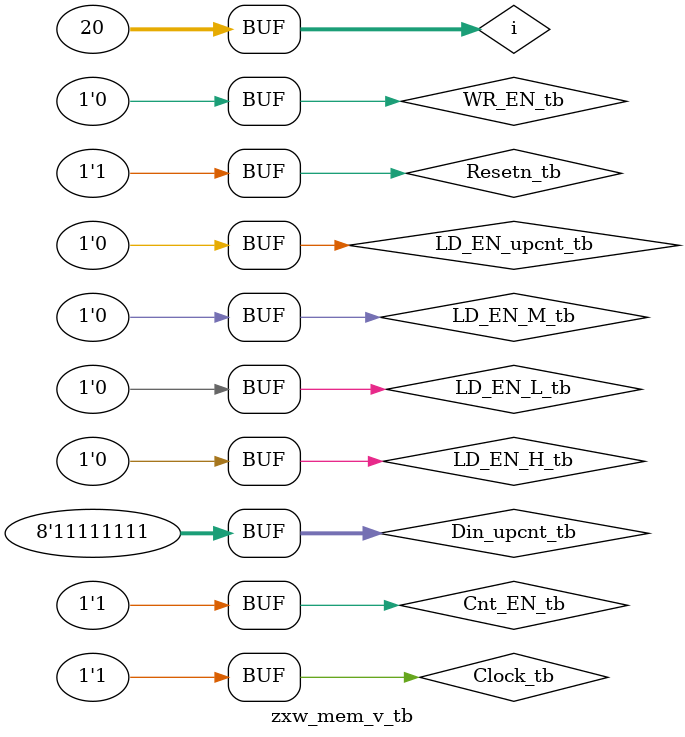
<source format=v>
module zxw_mem_v_tb;

reg [7:0] Din_upcnt_tb;
reg Resetn_tb, Clock_tb, Cnt_EN_tb, 
	LD_EN_upcnt_tb, LD_EN_H_tb, LD_EN_L_tb, LD_EN_M_tb, WR_EN_tb;
wire [7:0] Q_out_tb;
integer i;

zxw_mem_v dut (Din_upcnt_tb, Resetn_tb, Clock_tb, Cnt_EN_tb, 
		LD_EN_upcnt_tb, LD_EN_H_tb, LD_EN_L_tb, LD_EN_M_tb, WR_EN_tb, Q_out_tb);
		
		

// In this testbench we use two tasks: one that tests the load function
// and one that tests the count function

initial begin
// Reset all registers
	Din_upcnt_tb = 0;
	Resetn_tb = 0;
	Cnt_EN_tb = 0;
	LD_EN_upcnt_tb = 0;
	LD_EN_H_tb = 0;
	LD_EN_L_tb = 0;
	LD_EN_M_tb = 0;
	WR_EN_tb = 0;
	Clock_tb = 0;
	#20000
	Clock_tb = 1;
	#20000
	Resetn_tb = 1;
// Load FF so that the address count starts with 0
	LD_EN_upcnt_tb = 1;
	Din_upcnt_tb = 255;
	Clock_tb = 0;
	#20000
	Clock_tb = 1;
	#20000
	LD_EN_upcnt_tb = 0;
// Read from ROM into the RAM via the M register
	Cnt_EN_tb = 1;
	LD_EN_M_tb = 1;
	WR_EN_tb = 1;
	for (i=0; i<40; i=i+1) begin
				Clock_tb = 0;
				#20000
				Clock_tb = 1;
				#20000; 
	end
// Disable all previous control signals and set the counter back to FF
	Cnt_EN_tb = 0;
	LD_EN_M_tb = 0;
	WR_EN_tb = 0;
	LD_EN_upcnt_tb = 1;
	Din_upcnt_tb = 255;
	Clock_tb = 0;
	#20000
	Clock_tb = 1;
	#20000
	LD_EN_upcnt_tb = 0;
// Read the RAM into the H and L registers
// In this case we use a task to enable LD_EN_H and LD_EN_L
// in alternate cycles
	Cnt_EN_tb = 1;	
	for (i=0; i<20; i=i+1) begin
		read_ram(1, 0);
		read_ram(0, 1);
		end
// Disable all control signals and run another clock cycle
	Cnt_EN_tb = 1;	
	LD_EN_H_tb = 0;
	LD_EN_L_tb = 0;
	Clock_tb = 0;
	#20000
	Clock_tb = 1;
	#20000; 
end

task read_ram;
// input values passed to the task
	input LD_EN_H_int, LD_EN_L_int;
	begin
		LD_EN_H_tb = LD_EN_H_int;
		LD_EN_L_tb = LD_EN_L_int;
		Clock_tb = 0;
		#20000
		Clock_tb = 1;
		#20000;
	end
endtask

endmodule

</source>
